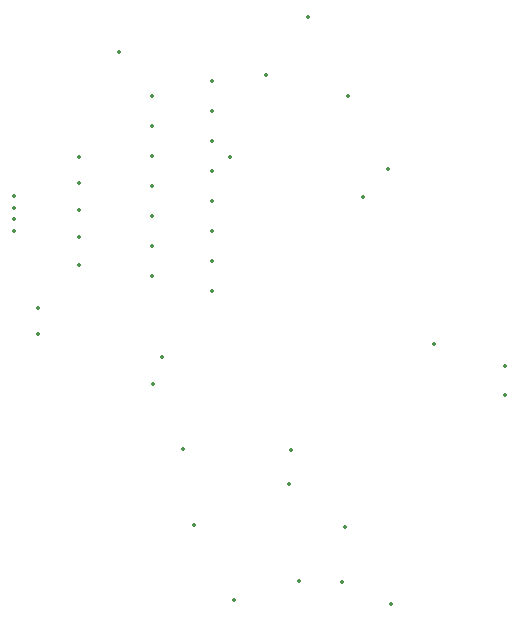
<source format=gbo>
%TF.GenerationSoftware,KiCad,Pcbnew,7.0.5-0*%
%TF.CreationDate,2024-11-16T18:44:09-05:00*%
%TF.ProjectId,PCB_design,5043425f-6465-4736-9967-6e2e6b696361,rev?*%
%TF.SameCoordinates,Original*%
%TF.FileFunction,Legend,Bot*%
%TF.FilePolarity,Positive*%
%FSLAX46Y46*%
G04 Gerber Fmt 4.6, Leading zero omitted, Abs format (unit mm)*
G04 Created by KiCad (PCBNEW 7.0.5-0) date 2024-11-16 18:44:09*
%MOMM*%
%LPD*%
G01*
G04 APERTURE LIST*
%ADD10C,0.350000*%
G04 APERTURE END LIST*
D10*
X57900000Y-78310000D03*
X71250000Y-78650000D03*
X62590000Y-68510000D03*
X53610000Y-65540000D03*
X63440000Y-76720000D03*
X67120000Y-76740500D03*
X67330000Y-72110000D03*
X54580000Y-71950000D03*
X62780000Y-65590000D03*
X51110000Y-60000000D03*
X51830000Y-57690000D03*
X74830000Y-56600000D03*
X64190000Y-28920000D03*
X48210000Y-31920000D03*
X60630000Y-33850000D03*
X57580000Y-40800000D03*
X68880000Y-44210000D03*
X70970000Y-41850000D03*
X67620000Y-35630000D03*
X56040000Y-34350000D03*
X50960000Y-35620000D03*
X56040000Y-36890000D03*
X50960000Y-38160000D03*
X56040000Y-39430000D03*
X50960000Y-40700000D03*
X56040000Y-41970000D03*
X50960000Y-43240000D03*
X56040000Y-44510000D03*
X50960000Y-45780000D03*
X56040000Y-47050000D03*
X50960000Y-48320000D03*
X56040000Y-49590000D03*
X50960000Y-50860000D03*
X56040000Y-52130000D03*
X41310000Y-55780000D03*
X41320000Y-53590000D03*
X44850000Y-40830000D03*
X44850000Y-43020000D03*
X44850000Y-45270000D03*
X44790000Y-49950000D03*
X44820000Y-47570000D03*
X39350000Y-44080000D03*
X39350000Y-45080000D03*
X39350000Y-46080000D03*
X39350000Y-47080000D03*
X80907500Y-60970000D03*
X80907500Y-58470000D03*
M02*

</source>
